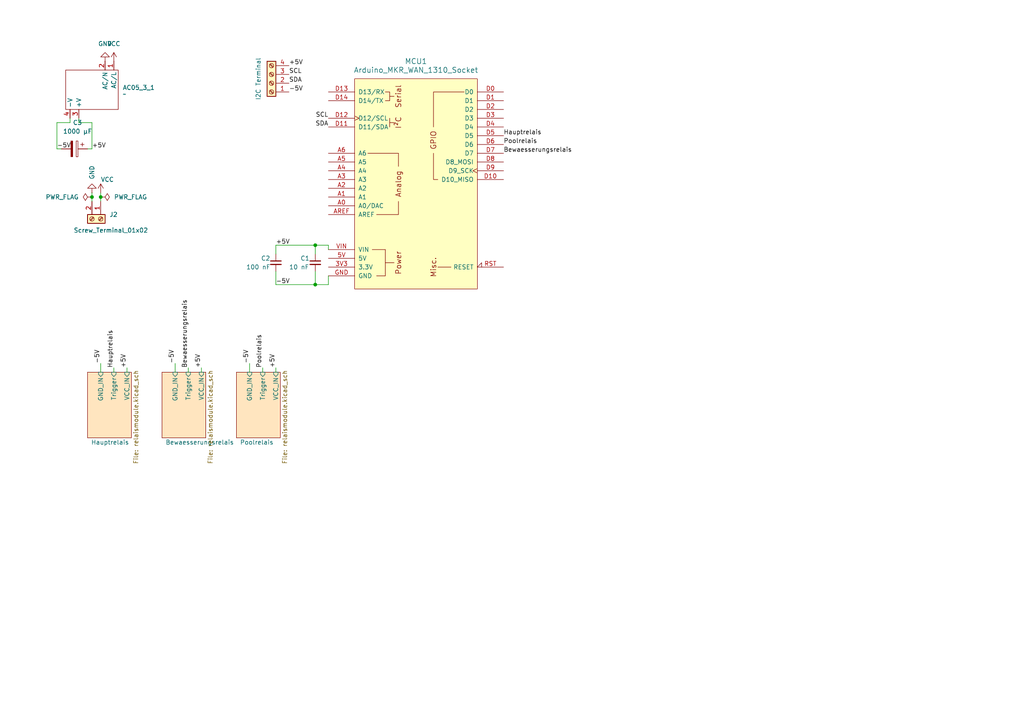
<source format=kicad_sch>
(kicad_sch (version 20250114) (generator "eeschema") (generator_version "9.0")
  (paper "A4")
  (title_block (title "Pumpensteuerung") (date "2025-04-20") (rev "V1.0.0"))
  (lib_symbols
    (symbol "AZ-Delivery:AC-05-3"
      (property "Reference" "AC05_3_1" (at 0 0 0))
      (symbol "AC-05-3_0_1"
        (rectangle (start -5.08 7.62) (end 6.35 -7.62))
      )
      (symbol "AC-05-3_1_1"
        (pin power_out line (at -7.62 6.35 0) (length 2.54) (name "-V") (number "4"))
        (pin power_out line (at -7.62 3.81 0) (length 2.54) (name "+V") (number "3"))
        (pin power_in line (at 8.89 -3.81 180) (length 2.54) (name "AC/N") (number "2"))
        (pin power_in line (at 8.89 -6.35 180) (length 2.54) (name "AC/L") (number "1"))
      )
    )
    (symbol "Connector:Screw_Terminal_01x02" (pin_names (offset 1.016) (hide yes))
      (property "Reference" "J" (at 0 2.54 0))
      (property "Value" "Screw_Terminal_01x02" (at 0 -5.08 0))
      (symbol "Screw_Terminal_01x02_1_1"
        (rectangle (start -1.27 1.27) (end 1.27 -3.81) (stroke (width 0.254)) (fill (type background)))
        (polyline (pts (xy -0.5334 0.3302) (xy 0.3302 -0.508)) (stroke (width 0.1524)))
        (polyline (pts (xy -0.5334 -2.2098) (xy 0.3302 -3.048)) (stroke (width 0.1524)))
        (polyline (pts (xy -0.3556 0.508) (xy 0.508 -0.3302)) (stroke (width 0.1524)))
        (polyline (pts (xy -0.3556 -2.032) (xy 0.508 -2.8702)) (stroke (width 0.1524)))
        (circle (center 0 0) (radius 0.635) (stroke (width 0.1524)))
        (circle (center 0 -2.54) (radius 0.635) (stroke (width 0.1524)))
        (pin passive line (at -5.08 0 0) (length 3.81) (name "Pin_1") (number "1"))
        (pin passive line (at -5.08 -2.54 0) (length 3.81) (name "Pin_2") (number "2"))
      )
    )
    (symbol "Connector:Screw_Terminal_01x04" (pin_names (offset 1.016) (hide yes))
      (property "Reference" "J" (at 0 5.08 0))
      (property "Value" "Screw_Terminal_01x04" (at 0 -7.62 0))
      (symbol "Screw_Terminal_01x04_1_1"
        (rectangle (start -1.27 3.81) (end 1.27 -6.35) (stroke (width 0.254)) (fill (type background)))
        (polyline (pts (xy -0.5334 2.8702) (xy 0.3302 2.032)) (stroke (width 0.1524)))
        (polyline (pts (xy -0.5334 0.3302) (xy 0.3302 -0.508)) (stroke (width 0.1524)))
        (polyline (pts (xy -0.5334 -2.2098) (xy 0.3302 -3.048)) (stroke (width 0.1524)))
        (polyline (pts (xy -0.5334 -4.7498) (xy 0.3302 -5.588)) (stroke (width 0.1524)))
        (polyline (pts (xy -0.3556 3.048) (xy 0.508 2.2098)) (stroke (width 0.1524)))
        (polyline (pts (xy -0.3556 0.508) (xy 0.508 -0.3302)) (stroke (width 0.1524)))
        (polyline (pts (xy -0.3556 -2.032) (xy 0.508 -2.8702)) (stroke (width 0.1524)))
        (polyline (pts (xy -0.3556 -4.572) (xy 0.508 -5.4102)) (stroke (width 0.1524)))
        (circle (center 0 2.54) (radius 0.635) (stroke (width 0.1524)))
        (circle (center 0 0) (radius 0.635) (stroke (width 0.1524)))
        (circle (center 0 -2.54) (radius 0.635) (stroke (width 0.1524)))
        (circle (center 0 -5.08) (radius 0.635) (stroke (width 0.1524)))
        (pin passive line (at -5.08 2.54 0) (length 3.81) (name "Pin_1") (number "1"))
        (pin passive line (at -5.08 0 0) (length 3.81) (name "Pin_2") (number "2"))
        (pin passive line (at -5.08 -2.54 0) (length 3.81) (name "Pin_3") (number "3"))
        (pin passive line (at -5.08 -5.08 0) (length 3.81) (name "Pin_4") (number "4"))
      )
    )
    (symbol "Device:C_Polarized" (pin_numbers (hide yes)) (pin_names (offset 0.254))
      (property "Reference" "C" (at 0.635 2.54 0))
      (property "Value" "C_Polarized" (at 0.635 -2.54 0))
      (symbol "C_Polarized_0_1"
        (rectangle (start -2.286 0.508) (end 2.286 1.016))
        (polyline (pts (xy -1.778 2.286) (xy -0.762 2.286)))
        (polyline (pts (xy -1.27 2.794) (xy -1.27 1.778)))
        (rectangle (start 2.286 -0.508) (end -2.286 -1.016) (fill (type outline)))
      )
      (symbol "C_Polarized_1_1"
        (pin passive line (at 0 3.81 270) (length 2.794) (name "~") (number "1"))
        (pin passive line (at 0 -3.81 90) (length 2.794) (name "~") (number "2"))
      )
    )
    (symbol "Device:C_Small" (pin_numbers (hide yes)) (pin_names (offset 0.254) (hide yes))
      (property "Reference" "C" (at 0.254 1.778 0))
      (property "Value" "C_Small" (at 0.254 -2.032 0))
      (symbol "C_Small_0_1"
        (polyline (pts (xy -1.524 0.508) (xy 1.524 0.508)) (stroke (width 0.3048)))
        (polyline (pts (xy -1.524 -0.508) (xy 1.524 -0.508)) (stroke (width 0.3302)))
      )
      (symbol "C_Small_1_1"
        (pin passive line (at 0 2.54 270) (length 2.032) (name "~") (number "1"))
        (pin passive line (at 0 -2.54 90) (length 2.032) (name "~") (number "2"))
      )
    )
    (symbol "PCM_arduino-library:Arduino_MKR_WAN_1310_Socket" (pin_names (offset 1.016))
      (property "Reference" "A" (at 0 36.83 0))
      (property "Value" "Arduino_MKR_WAN_1310_Socket" (at 0 33.02 0))
      (symbol "Arduino_MKR_WAN_1310_Socket_0_0"
        (rectangle (start -17.78 30.48) (end 17.78 -30.48) (fill (type background)))
        (rectangle (start -12.7 -19.05) (end -8.89 -19.05))
        (rectangle (start -11.43 -26.67) (end -8.89 -26.67))
        (polyline (pts (xy -8.89 26.67) (xy -7.62 26.67) (xy -7.62 24.13) (xy -8.89 24.13)))
        (polyline (pts (xy -8.89 -19.05) (xy -8.89 -26.67)))
        (rectangle (start -8.89 -22.86) (end -6.35 -22.86))
        (polyline (pts (xy -7.62 25.4) (xy -6.35 25.4)))
        (polyline (pts (xy -5.08 5.08) (xy -5.08 8.89) (xy -13.97 8.89)))
        (polyline (pts (xy -5.08 -5.08) (xy -5.08 -8.89) (xy -11.43 -8.89)))
        (polyline (pts (xy 5.08 16.51) (xy 5.08 26.67) (xy 13.97 26.67)))
        (polyline (pts (xy 5.08 8.89) (xy 5.08 1.27) (xy 6.35 1.27)))
        (rectangle (start 6.35 -24.13) (end 10.16 -24.13))
        (text "Serial" (at -5.08 25.4 900) (effects (font (size 1.524 1.524))))
        (text "I²C" (at -5.08 17.78 900) (effects (font (size 1.524 1.524))))
        (text "Analog" (at -5.08 0 900) (effects (font (size 1.524 1.524))))
        (text "Power" (at -5.08 -22.86 900) (effects (font (size 1.524 1.524))))
        (text "Misc." (at 5.08 -24.13 900) (effects (font (size 1.524 1.524))))
      )
      (symbol "Arduino_MKR_WAN_1310_Socket_0_1"
        (polyline (pts (xy -7.62 17.78) (xy -6.35 17.78)))
        (polyline (pts (xy -7.62 16.51) (xy -7.62 19.05)))
      )
      (symbol "Arduino_MKR_WAN_1310_Socket_1_0"
        (text "GPIO" (at 5.08 12.7 900) (effects (font (size 1.524 1.524))))
      )
      (symbol "Arduino_MKR_WAN_1310_Socket_1_1"
        (pin bidirectional line (at -25.4 26.67 0) (length 7.62) (name "D13/RX") (number "D13"))
        (pin bidirectional line (at -25.4 24.13 0) (length 7.62) (name "D14/TX") (number "D14"))
        (pin bidirectional clock (at -25.4 19.05 0) (length 7.62) (name "D12/SCL") (number "D12"))
        (pin bidirectional line (at -25.4 16.51 0) (length 7.62) (name "D11/SDA") (number "D11"))
        (pin bidirectional line (at -25.4 8.89 0) (length 7.62) (name "A6") (number "A6"))
        (pin bidirectional line (at -25.4 6.35 0) (length 7.62) (name "A5") (number "A5"))
        (pin bidirectional line (at -25.4 3.81 0) (length 7.62) (name "A4") (number "A4"))
        (pin bidirectional line (at -25.4 1.27 0) (length 7.62) (name "A3") (number "A3"))
        (pin bidirectional line (at -25.4 -1.27 0) (length 7.62) (name "A2") (number "A2"))
        (pin bidirectional line (at -25.4 -3.81 0) (length 7.62) (name "A1") (number "A1"))
        (pin bidirectional line (at -25.4 -6.35 0) (length 7.62) (name "A0/DAC") (number "A0"))
        (pin input line (at -25.4 -8.89 0) (length 7.62) (name "AREF") (number "AREF"))
        (pin power_in line (at -25.4 -19.05 0) (length 7.62) (name "VIN") (number "VIN"))
        (pin power_in line (at -25.4 -21.59 0) (length 7.62) (name "5V") (number "5V"))
        (pin power_out line (at -25.4 -24.13 0) (length 7.62) (name "3.3V") (number "3V3"))
        (pin power_in line (at -25.4 -26.67 0) (length 7.62) (name "GND") (number "GND"))
        (pin bidirectional line (at 25.4 26.67 180) (length 7.62) (name "D0") (number "D0"))
        (pin bidirectional line (at 25.4 24.13 180) (length 7.62) (name "D1") (number "D1"))
        (pin bidirectional line (at 25.4 21.59 180) (length 7.62) (name "D2") (number "D2"))
        (pin bidirectional line (at 25.4 19.05 180) (length 7.62) (name "D3") (number "D3"))
        (pin bidirectional line (at 25.4 16.51 180) (length 7.62) (name "D4") (number "D4"))
        (pin bidirectional line (at 25.4 13.97 180) (length 7.62) (name "D5") (number "D5"))
        (pin bidirectional line (at 25.4 11.43 180) (length 7.62) (name "D6") (number "D6"))
        (pin bidirectional line (at 25.4 8.89 180) (length 7.62) (name "D7") (number "D7"))
        (pin bidirectional line (at 25.4 6.35 180) (length 7.62) (name "D8_MOSI") (number "D8"))
        (pin bidirectional clock (at 25.4 3.81 180) (length 7.62) (name "D9_SCK") (number "D9"))
        (pin bidirectional line (at 25.4 1.27 180) (length 7.62) (name "D10_MISO") (number "D10"))
        (pin open_collector input_low (at 25.4 -24.13 180) (length 7.62) (name "RESET") (number "RST"))
      )
    )
    (symbol "power:GND" (power) (pin_numbers (hide yes)) (pin_names (offset 0) (hide yes))
      (property "Value" "GND" (at 0 -3.81 0))
      (symbol "GND_0_1"
        (polyline (pts (xy 0 0) (xy 0 -1.27) (xy 1.27 -1.27) (xy 0 -2.54) (xy -1.27 -1.27) (xy 0 -1.27)))
      )
      (symbol "GND_1_1"
        (pin power_in line (at 0 0 270) (length 0) (name "~") (number "1"))
      )
    )
    (symbol "power:PWR_FLAG" (power) (pin_numbers (hide yes)) (pin_names (offset 0) (hide yes))
      (property "Value" "PWR_FLAG" (at 0 3.81 0))
      (symbol "PWR_FLAG_0_0"
        (pin power_out line (at 0 0 90) (length 0) (name "~") (number "1"))
      )
      (symbol "PWR_FLAG_0_1"
        (polyline (pts (xy 0 0) (xy 0 1.27) (xy -1.016 1.905) (xy 0 2.54) (xy 1.016 1.905) (xy 0 1.27)))
      )
    )
    (symbol "power:VCC" (power) (pin_numbers (hide yes)) (pin_names (offset 0) (hide yes))
      (property "Value" "VCC" (at 0 3.556 0))
      (symbol "VCC_0_1"
        (polyline (pts (xy -0.762 1.27) (xy 0 2.54)))
        (polyline (pts (xy 0 2.54) (xy 0.762 1.27)))
        (polyline (pts (xy 0 0) (xy 0 2.54)))
      )
      (symbol "VCC_1_1"
        (pin power_in line (at 0 0 90) (length 0) (name "~") (number "1"))
      )
    )
  )
  (junction (at 29.21 57.15))
  (junction (at 91.44 71.12))
  (junction (at 26.67 57.15))
  (junction (at 91.44 82.55))
  (wire (pts (xy 80.01 71.12) (xy 80.01 73.66)))
  (wire (pts (xy 22.86 35.56) (xy 26.67 35.56)))
  (wire (pts (xy 91.44 78.74) (xy 91.44 82.55)))
  (wire (pts (xy 36.83 106.68) (xy 36.83 107.95)))
  (wire (pts (xy 33.02 106.68) (xy 33.02 107.95)))
  (wire (pts (xy 20.32 34.29) (xy 20.32 35.56)))
  (wire (pts (xy 91.44 82.55) (xy 80.01 82.55)))
  (wire (pts (xy 80.01 78.74) (xy 80.01 82.55)))
  (wire (pts (xy 26.67 35.56) (xy 26.67 43.18)))
  (wire (pts (xy 22.86 34.29) (xy 22.86 35.56)))
  (wire (pts (xy 91.44 71.12) (xy 80.01 71.12)))
  (wire (pts (xy 26.67 55.88) (xy 26.67 57.15)))
  (wire (pts (xy 72.39 105.41) (xy 72.39 107.95)))
  (wire (pts (xy 80.01 106.68) (xy 80.01 107.95)))
  (wire (pts (xy 95.25 82.55) (xy 95.25 80.01)))
  (wire (pts (xy 58.42 106.68) (xy 58.42 107.95)))
  (wire (pts (xy 26.67 57.15) (xy 26.67 58.42)))
  (wire (pts (xy 95.25 71.12) (xy 91.44 71.12)))
  (wire (pts (xy 91.44 82.55) (xy 95.25 82.55)))
  (wire (pts (xy 29.21 57.15) (xy 29.21 58.42)))
  (wire (pts (xy 91.44 71.12) (xy 91.44 73.66)))
  (wire (pts (xy 54.61 106.68) (xy 54.61 107.95)))
  (wire (pts (xy 20.32 35.56) (xy 16.51 35.56)))
  (wire (pts (xy 95.25 72.39) (xy 95.25 71.12)))
  (wire (pts (xy 76.2 106.68) (xy 76.2 107.95)))
  (wire (pts (xy 29.21 105.41) (xy 29.21 107.95)))
  (wire (pts (xy 25.4 43.18) (xy 26.67 43.18)))
  (wire (pts (xy 29.21 55.88) (xy 29.21 57.15)))
  (wire (pts (xy 16.51 35.56) (xy 16.51 43.18)))
  (wire (pts (xy 50.8 105.41) (xy 50.8 107.95)))
  (wire (pts (xy 16.51 43.18) (xy 17.78 43.18)))
  (label "-5V" (at 83.82 26.67 0))
  (label "SDA" (at 95.25 36.83 180))
  (label "+5V" (at 80.01 71.12 0))
  (label "Bewaesserungsrelais" (at 146.05 44.45 0))
  (label "-5V" (at 29.21 105.41 90))
  (label "Hauptrelais" (at 33.02 106.68 90))
  (label "-5V" (at 16.51 43.18 0))
  (label "-5V" (at 80.01 82.55 0))
  (label "Bewaesserungsrelais" (at 54.61 106.68 90))
  (label "Hauptrelais" (at 146.05 39.37 0))
  (label "+5V" (at 83.82 19.05 0))
  (label "+5V" (at 58.42 106.68 90))
  (label "Poolrelais" (at 146.05 41.91 0))
  (label "-5V" (at 50.8 105.41 90))
  (label "SDA" (at 83.82 24.13 0))
  (label "-5V" (at 72.39 105.41 90))
  (label "+5V" (at 36.83 106.68 90))
  (label "SCL" (at 95.25 34.29 180))
  (label "SCL" (at 83.82 21.59 0))
  (label "Poolrelais" (at 76.2 106.68 90))
  (label "+5V" (at 80.01 106.68 90))
  (label "+5V" (at 26.67 43.18 0))
  (symbol (lib_id "Device:C_Small") (at 91.44 76.2 0) (unit 1)
    (property "Reference" "C1" (at 87.122 74.93 0) (effects (justify left)))
    (property "Value" "10 nF" (at 83.82 77.47 0) (effects (justify left)))
    (property "Footprint" "Capacitor_THT:C_Disc_D5.0mm_W2.5mm_P5.00mm" (effects (hide yes)))
    (property "Description" "Unpolarized capacitor, small symbol" (effects (hide yes)))
  )
  (symbol (lib_id "power:GND") (at 26.67 55.88 180) (unit 1)
    (property "Reference" "#PWR01" (effects (hide yes)))
    (property "Value" "GND" (at 26.6699 52.07 90) (effects (justify right)))
    (property "Description" "Power symbol creates a global label with name \"GND\" , ground" (effects (hide yes)))
  )
  (symbol (lib_id "PCM_arduino-library:Arduino_MKR_WAN_1310_Socket") (at 120.65 53.34 0) (unit 1)
    (property "Reference" "MCU1" (at 120.65 17.78 0) (effects (font (size 1.524 1.524))))
    (property "Value" "Arduino_MKR_WAN_1310_Socket" (at 120.65 20.32 0) (effects (font (size 1.524 1.524))))
    (property "Footprint" "PCM_arduino-library:Arduino_MKR_FOX_1200_Socket" (effects (hide yes)))
    (property "Datasheet" "https://docs.arduino.cc/hardware/mkr-wan-1310" (effects (hide yes)))
    (property "Description" "Socket for Arduino MKR WAN 1310" (effects (hide yes)))
  )
  (symbol (lib_id "Device:C_Polarized") (at 21.59 43.18 270) (unit 1)
    (property "Reference" "C3" (at 22.479 35.56 90))
    (property "Value" "1000 µF" (at 22.479 38.1 90))
    (property "Footprint" "Capacitor_THT:CP_Radial_D12.5mm_P5.00mm" (effects (hide yes)))
    (property "Description" "Polarized capacitor" (effects (hide yes)))
  )
  (symbol (lib_id "Device:C_Small") (at 80.01 76.2 0) (unit 1)
    (property "Reference" "C2" (at 75.692 74.93 0) (effects (justify left)))
    (property "Value" "100 nF" (at 71.374 77.47 0) (effects (justify left)))
    (property "Footprint" "Capacitor_THT:C_Disc_D5.0mm_W2.5mm_P5.00mm" (effects (hide yes)))
    (property "Description" "Unpolarized capacitor, small symbol" (effects (hide yes)))
  )
  (symbol (lib_id "Connector:Screw_Terminal_01x04") (at 78.74 24.13 180) (unit 1)
    (property "Reference" "J3" (effects (hide yes)))
    (property "Value" "I2C Terminal" (at 74.93 22.86 90))
    (property "Footprint" "PhoenixContact:MKDSN 1,5_4-5,08" (effects (hide yes)))
    (property "Description" "Generic screw terminal, single row, 01x04, script generated (kicad-library-utils/schlib/autogen/connector/)" (effects (hide yes)))
  )
  (symbol (lib_id "AZ-Delivery:AC-05-3") (at 26.67 26.67 90) (unit 1)
    (property "Reference" "AC05_3_1" (at 35.56 25.3999 90) (effects (justify right)))
    (property "Value" "~" (at 35.56 27.305 90) (effects (justify right)))
    (property "Footprint" "AZFootprints:AZ_PSU_Module" (effects (hide yes)))
  )
  (symbol (lib_id "power:VCC") (at 33.02 17.78 0) (unit 1)
    (property "Reference" "#PWR04" (effects (hide yes)))
    (property "Value" "VCC" (at 33.02 12.7 0))
    (property "Description" "Power symbol creates a global label with name \"VCC\"" (effects (hide yes)))
  )
  (symbol (lib_id "power:GND") (at 30.48 17.78 180) (unit 1)
    (property "Reference" "#PWR03" (effects (hide yes)))
    (property "Value" "GND" (at 30.48 12.7 0))
    (property "Description" "Power symbol creates a global label with name \"GND\" , ground" (effects (hide yes)))
  )
  (symbol (lib_id "power:PWR_FLAG") (at 26.67 57.15 90) (unit 1)
    (property "Reference" "#FLG01" (effects (hide yes)))
    (property "Value" "PWR_FLAG" (at 22.86 57.1499 90) (effects (justify left)))
    (property "Description" "Special symbol for telling ERC where power comes from" (effects (hide yes)))
  )
  (symbol (lib_id "power:PWR_FLAG") (at 29.21 57.15 270) (unit 1)
    (property "Reference" "#FLG02" (effects (hide yes)))
    (property "Value" "PWR_FLAG" (at 33.02 57.1499 90) (effects (justify left)))
    (property "Description" "Special symbol for telling ERC where power comes from" (effects (hide yes)))
  )
  (symbol (lib_id "Connector:Screw_Terminal_01x02") (at 29.21 63.5 270) (unit 1)
    (property "Reference" "J2" (at 31.75 62.2299 90) (effects (justify left)))
    (property "Value" "Screw_Terminal_01x02" (at 21.336 66.802 90) (effects (justify left)))
    (property "Footprint" "PhoenixContact:MKDSN 1,5_2-5,08" (effects (hide yes)))
    (property "Description" "Generic screw terminal, single row, 01x02, script generated (kicad-library-utils/schlib/autogen/connector/)" (effects (hide yes)))
  )
  (symbol (lib_id "power:VCC") (at 29.21 55.88 0) (unit 1)
    (property "Reference" "#PWR02" (effects (hide yes)))
    (property "Value" "VCC" (at 29.2101 52.07 0) (effects (justify left)))
    (property "Description" "Power symbol creates a global label with name \"VCC\"" (effects (hide yes)))
  )
  (sheet (at 25.4 107.95) (size 12.7 19.05) (stroke (width 0.1524)) (fill (color 255 229 191 1.0000))
    (property "Sheetname" "Hauptrelais" (at 26.416 129.032 0) (effects (justify left bottom)))
    (property "Sheetfile" "relaismodule.kicad_sch" (at 38.6846 134.62 90) (effects (justify left top)))
    (pin "Trigger" input (at 33.02 107.95 90))
    (pin "VCC_IN" input (at 36.83 107.95 90))
    (pin "GND_IN" input (at 29.21 107.95 90))
  )
  (sheet (at 68.58 107.95) (size 12.7 19.05) (stroke (width 0.1524)) (fill (color 255 229 191 1.0000))
    (property "Sheetname" "Poolrelais" (at 69.596 129.032 0) (effects (justify left bottom)))
    (property "Sheetfile" "relaismodule.kicad_sch" (at 81.8646 134.62 90) (effects (justify left top)))
    (pin "Trigger" input (at 76.2 107.95 90))
    (pin "VCC_IN" input (at 80.01 107.95 90))
    (pin "GND_IN" input (at 72.39 107.95 90))
  )
  (sheet (at 46.99 107.95) (size 12.7 19.05) (stroke (width 0.1524)) (fill (color 255 229 191 1.0000))
    (property "Sheetname" "Bewaesserungsrelais" (at 48.006 129.032 0) (effects (justify left bottom)))
    (property "Sheetfile" "relaismodule.kicad_sch" (at 60.2746 134.62 90) (effects (justify left top)))
    (pin "Trigger" input (at 54.61 107.95 90))
    (pin "VCC_IN" input (at 58.42 107.95 90))
    (pin "GND_IN" input (at 50.8 107.95 90))
  )
)
</source>
